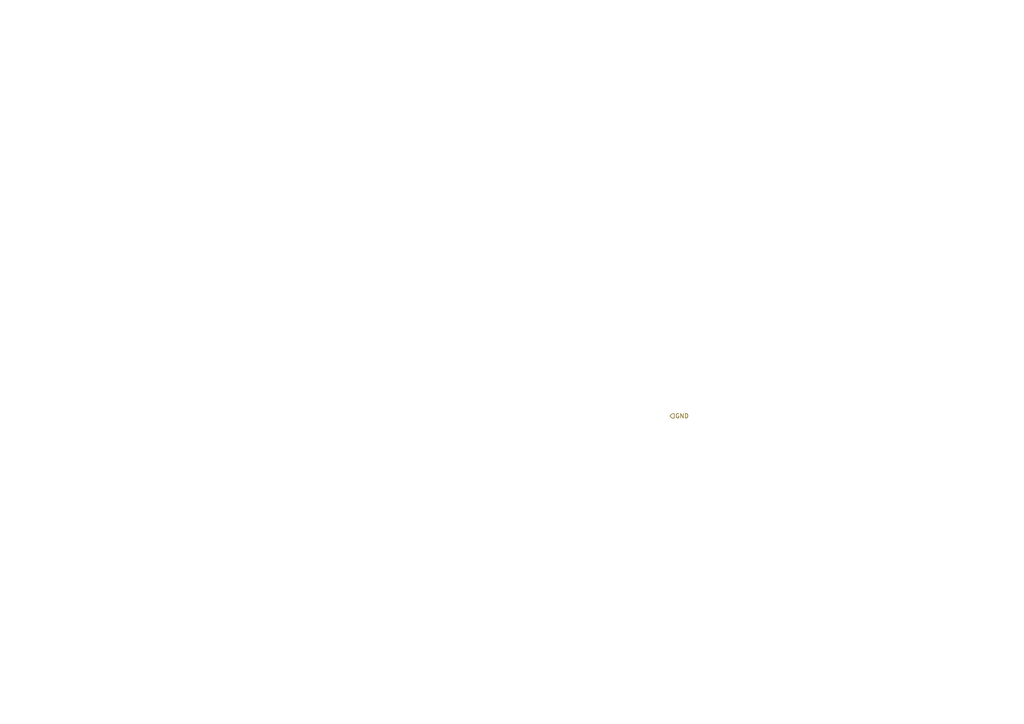
<source format=kicad_sch>
(kicad_sch (version 20211123) (generator eeschema)

  (uuid 1895faed-13c7-4877-930c-ef39a1d7419c)

  (paper "A4")

  (lib_symbols
  )


  (hierarchical_label "GND" (shape input) (at 194.31 120.65 0)
    (effects (font (size 1.27 1.27)) (justify left))
    (uuid 3a157695-9c71-4123-9d47-e9f157bde643)
  )
)

</source>
